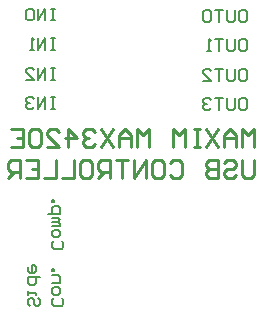
<source format=gbo>
%FSLAX44Y44*%
%MOMM*%
G71*
G01*
G75*
G04 Layer_Color=32896*
%ADD10R,1.2000X1.2000*%
%ADD11R,1.0000X1.3000*%
%ADD12R,2.0000X5.5000*%
%ADD13O,0.5000X1.6500*%
%ADD14O,1.6500X0.5000*%
%ADD15R,1.3000X1.0000*%
%ADD16R,2.0000X2.5000*%
%ADD17R,0.5000X2.3000*%
%ADD18C,0.3000*%
%ADD19C,0.4000*%
%ADD20C,0.2000*%
%ADD21C,1.5000*%
%ADD22R,1.5000X1.5000*%
%ADD23R,1.5000X1.5000*%
%ADD24C,0.6000*%
%ADD25C,1.0000*%
%ADD26C,0.2500*%
%ADD27C,0.6000*%
%ADD28C,0.1800*%
%ADD29C,0.2032*%
%ADD30R,1.4032X1.4032*%
%ADD31R,1.2032X1.5032*%
%ADD32R,2.2032X5.7032*%
%ADD33O,0.7032X1.8532*%
%ADD34O,1.8532X0.7032*%
%ADD35R,1.5032X1.2032*%
%ADD36R,2.2032X2.7032*%
%ADD37R,0.7032X2.5032*%
%ADD38C,1.7032*%
%ADD39R,1.7032X1.7032*%
%ADD40R,1.7032X1.7032*%
%ADD41C,0.8032*%
%ADD42C,1.2032*%
%ADD43C,0.2540*%
D20*
X42331Y78664D02*
X43997Y76998D01*
Y73666D01*
X42331Y72000D01*
X40665D01*
X38998Y73666D01*
Y76998D01*
X37332Y78664D01*
X35666D01*
X34000Y76998D01*
Y73666D01*
X35666Y72000D01*
X34000Y81997D02*
Y85329D01*
Y83663D01*
X40665D01*
Y81997D01*
X43997Y96992D02*
X34000D01*
Y91994D01*
X35666Y90327D01*
X38998D01*
X40665Y91994D01*
Y96992D01*
X34000Y105323D02*
Y101990D01*
X35666Y100324D01*
X38998D01*
X40665Y101990D01*
Y105323D01*
X38998Y106989D01*
X37332D01*
Y100324D01*
X62331Y78664D02*
X63997Y76998D01*
Y73666D01*
X62331Y72000D01*
X55666D01*
X54000Y73666D01*
Y76998D01*
X55666Y78664D01*
X54000Y83663D02*
Y86995D01*
X55666Y88661D01*
X58998D01*
X60665Y86995D01*
Y83663D01*
X58998Y81997D01*
X55666D01*
X54000Y83663D01*
Y91994D02*
X60665D01*
Y96992D01*
X58998Y98658D01*
X54000D01*
Y101990D02*
X55666D01*
Y103657D01*
X54000D01*
Y101990D01*
X62331Y126982D02*
X63997Y125316D01*
Y121984D01*
X62331Y120318D01*
X55666D01*
X54000Y121984D01*
Y125316D01*
X55666Y126982D01*
X54000Y131981D02*
Y135313D01*
X55666Y136979D01*
X58998D01*
X60665Y135313D01*
Y131981D01*
X58998Y130315D01*
X55666D01*
X54000Y131981D01*
Y140311D02*
X60665D01*
Y141978D01*
X58998Y143644D01*
X54000D01*
X58998D01*
X60665Y145310D01*
X58998Y146976D01*
X54000D01*
X50668Y150308D02*
X60665D01*
Y155307D01*
X58998Y156973D01*
X55666D01*
X54000Y155307D01*
Y150308D01*
Y160305D02*
X55666D01*
Y161971D01*
X54000D01*
Y160305D01*
X214002Y247997D02*
X217334D01*
X219000Y246331D01*
Y239666D01*
X217334Y238000D01*
X214002D01*
X212335Y239666D01*
Y246331D01*
X214002Y247997D01*
X209003D02*
Y239666D01*
X207337Y238000D01*
X204005D01*
X202339Y239666D01*
Y247997D01*
X199006D02*
X192342D01*
X195674D01*
Y238000D01*
X189010Y246331D02*
X187344Y247997D01*
X184011D01*
X182345Y246331D01*
Y244664D01*
X184011Y242998D01*
X185677D01*
X184011D01*
X182345Y241332D01*
Y239666D01*
X184011Y238000D01*
X187344D01*
X189010Y239666D01*
X214002Y272997D02*
X217334D01*
X219000Y271331D01*
Y264666D01*
X217334Y263000D01*
X214002D01*
X212335Y264666D01*
Y271331D01*
X214002Y272997D01*
X209003D02*
Y264666D01*
X207337Y263000D01*
X204005D01*
X202339Y264666D01*
Y272997D01*
X199006D02*
X192342D01*
X195674D01*
Y263000D01*
X182345D02*
X189010D01*
X182345Y269664D01*
Y271331D01*
X184011Y272997D01*
X187344D01*
X189010Y271331D01*
X214002Y297997D02*
X217334D01*
X219000Y296331D01*
Y289666D01*
X217334Y288000D01*
X214002D01*
X212335Y289666D01*
Y296331D01*
X214002Y297997D01*
X209003D02*
Y289666D01*
X207337Y288000D01*
X204005D01*
X202339Y289666D01*
Y297997D01*
X199006D02*
X192342D01*
X195674D01*
Y288000D01*
X189010D02*
X185677D01*
X187344D01*
Y297997D01*
X189010Y296331D01*
X214002Y322997D02*
X217334D01*
X219000Y321331D01*
Y314666D01*
X217334Y313000D01*
X214002D01*
X212335Y314666D01*
Y321331D01*
X214002Y322997D01*
X209003D02*
Y314666D01*
X207337Y313000D01*
X204005D01*
X202339Y314666D01*
Y322997D01*
X199006D02*
X192342D01*
X195674D01*
Y313000D01*
X189010Y321331D02*
X187344Y322997D01*
X184011D01*
X182345Y321331D01*
Y314666D01*
X184011Y313000D01*
X187344D01*
X189010Y314666D01*
Y321331D01*
X57000Y248997D02*
X53668D01*
X55334D01*
Y239000D01*
X57000D01*
X53668D01*
X48669D02*
Y248997D01*
X42005Y239000D01*
Y248997D01*
X38673Y247331D02*
X37006Y248997D01*
X33674D01*
X32008Y247331D01*
Y245665D01*
X33674Y243998D01*
X35340D01*
X33674D01*
X32008Y242332D01*
Y240666D01*
X33674Y239000D01*
X37006D01*
X38673Y240666D01*
X57000Y273997D02*
X53668D01*
X55334D01*
Y264000D01*
X57000D01*
X53668D01*
X48669D02*
Y273997D01*
X42005Y264000D01*
Y273997D01*
X32008Y264000D02*
X38673D01*
X32008Y270665D01*
Y272331D01*
X33674Y273997D01*
X37006D01*
X38673Y272331D01*
X57000Y298997D02*
X53668D01*
X55334D01*
Y289000D01*
X57000D01*
X53668D01*
X48669D02*
Y298997D01*
X42005Y289000D01*
Y298997D01*
X38673Y289000D02*
X35340D01*
X37006D01*
Y298997D01*
X38673Y297331D01*
X57000Y323997D02*
X53668D01*
X55334D01*
Y314000D01*
X57000D01*
X53668D01*
X48669D02*
Y323997D01*
X42005Y314000D01*
Y323997D01*
X38673Y322331D02*
X37006Y323997D01*
X33674D01*
X32008Y322331D01*
Y315666D01*
X33674Y314000D01*
X37006D01*
X38673Y315666D01*
Y322331D01*
D43*
X225000Y196235D02*
Y183539D01*
X222461Y181000D01*
X217383D01*
X214843Y183539D01*
Y196235D01*
X199608Y193696D02*
X202147Y196235D01*
X207226D01*
X209765Y193696D01*
Y191157D01*
X207226Y188617D01*
X202147D01*
X199608Y186078D01*
Y183539D01*
X202147Y181000D01*
X207226D01*
X209765Y183539D01*
X194530Y196235D02*
Y181000D01*
X186912D01*
X184373Y183539D01*
Y186078D01*
X186912Y188617D01*
X194530D01*
X186912D01*
X184373Y191157D01*
Y193696D01*
X186912Y196235D01*
X194530D01*
X153903Y193696D02*
X156442Y196235D01*
X161521D01*
X164060Y193696D01*
Y183539D01*
X161521Y181000D01*
X156442D01*
X153903Y183539D01*
X141207Y196235D02*
X146285D01*
X148825Y193696D01*
Y183539D01*
X146285Y181000D01*
X141207D01*
X138668Y183539D01*
Y193696D01*
X141207Y196235D01*
X133590Y181000D02*
Y196235D01*
X123433Y181000D01*
Y196235D01*
X118355D02*
X108198D01*
X113276D01*
Y181000D01*
X103119D02*
Y196235D01*
X95502D01*
X92963Y193696D01*
Y188617D01*
X95502Y186078D01*
X103119D01*
X98041D02*
X92963Y181000D01*
X80267Y196235D02*
X85345D01*
X87884Y193696D01*
Y183539D01*
X85345Y181000D01*
X80267D01*
X77728Y183539D01*
Y193696D01*
X80267Y196235D01*
X72649D02*
Y181000D01*
X62493D01*
X57414Y196235D02*
Y181000D01*
X47257D01*
X32022Y196235D02*
X42179D01*
Y181000D01*
X32022D01*
X42179Y188617D02*
X37101D01*
X26944Y181000D02*
Y196235D01*
X19326D01*
X16787Y193696D01*
Y188617D01*
X19326Y186078D01*
X26944D01*
X21866D02*
X16787Y181000D01*
X225000Y207000D02*
Y222235D01*
X219922Y217157D01*
X214843Y222235D01*
Y207000D01*
X209765D02*
Y217157D01*
X204687Y222235D01*
X199608Y217157D01*
Y207000D01*
Y214618D01*
X209765D01*
X194530Y222235D02*
X184373Y207000D01*
Y222235D02*
X194530Y207000D01*
X179295Y222235D02*
X174216D01*
X176756D01*
Y207000D01*
X179295D01*
X174216D01*
X166599D02*
Y222235D01*
X161521Y217157D01*
X156442Y222235D01*
Y207000D01*
X136129D02*
Y222235D01*
X131050Y217157D01*
X125972Y222235D01*
Y207000D01*
X120894D02*
Y217157D01*
X115815Y222235D01*
X110737Y217157D01*
Y207000D01*
Y214618D01*
X120894D01*
X105659Y222235D02*
X95502Y207000D01*
Y222235D02*
X105659Y207000D01*
X90423Y219696D02*
X87884Y222235D01*
X82806D01*
X80267Y219696D01*
Y217157D01*
X82806Y214618D01*
X85345D01*
X82806D01*
X80267Y212078D01*
Y209539D01*
X82806Y207000D01*
X87884D01*
X90423Y209539D01*
X67571Y207000D02*
Y222235D01*
X75188Y214618D01*
X65032D01*
X49797Y207000D02*
X59953D01*
X49797Y217157D01*
Y219696D01*
X52336Y222235D01*
X57414D01*
X59953Y219696D01*
X44718D02*
X42179Y222235D01*
X37101D01*
X34562Y219696D01*
Y209539D01*
X37101Y207000D01*
X42179D01*
X44718Y209539D01*
Y219696D01*
X19326Y222235D02*
X29483D01*
Y207000D01*
X19326D01*
X29483Y214618D02*
X24405D01*
M02*

</source>
